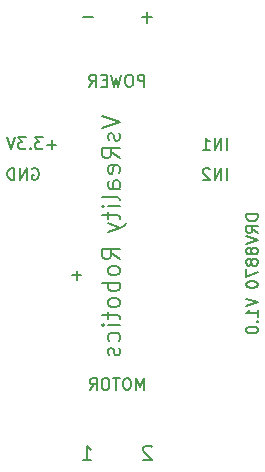
<source format=gbr>
%TF.GenerationSoftware,KiCad,Pcbnew,(7.0.0)*%
%TF.CreationDate,2023-05-21T11:31:51-07:00*%
%TF.ProjectId,DRV8870-breakout-board,44525638-3837-4302-9d62-7265616b6f75,rev?*%
%TF.SameCoordinates,Original*%
%TF.FileFunction,Legend,Bot*%
%TF.FilePolarity,Positive*%
%FSLAX46Y46*%
G04 Gerber Fmt 4.6, Leading zero omitted, Abs format (unit mm)*
G04 Created by KiCad (PCBNEW (7.0.0)) date 2023-05-21 11:31:51*
%MOMM*%
%LPD*%
G01*
G04 APERTURE LIST*
%ADD10C,0.160000*%
%ADD11C,0.150000*%
%ADD12C,0.180000*%
G04 APERTURE END LIST*
D10*
X127685714Y-114738857D02*
X128371428Y-114738857D01*
X128028571Y-114738857D02*
X128028571Y-113538857D01*
X128028571Y-113538857D02*
X128142857Y-113710285D01*
X128142857Y-113710285D02*
X128257142Y-113824571D01*
X128257142Y-113824571D02*
X128371428Y-113881714D01*
D11*
X125391904Y-88061428D02*
X124630000Y-88061428D01*
X125010952Y-88442380D02*
X125010952Y-87680476D01*
X124249047Y-87442380D02*
X123630000Y-87442380D01*
X123630000Y-87442380D02*
X123963333Y-87823333D01*
X123963333Y-87823333D02*
X123820476Y-87823333D01*
X123820476Y-87823333D02*
X123725238Y-87870952D01*
X123725238Y-87870952D02*
X123677619Y-87918571D01*
X123677619Y-87918571D02*
X123630000Y-88013809D01*
X123630000Y-88013809D02*
X123630000Y-88251904D01*
X123630000Y-88251904D02*
X123677619Y-88347142D01*
X123677619Y-88347142D02*
X123725238Y-88394761D01*
X123725238Y-88394761D02*
X123820476Y-88442380D01*
X123820476Y-88442380D02*
X124106190Y-88442380D01*
X124106190Y-88442380D02*
X124201428Y-88394761D01*
X124201428Y-88394761D02*
X124249047Y-88347142D01*
X123201428Y-88347142D02*
X123153809Y-88394761D01*
X123153809Y-88394761D02*
X123201428Y-88442380D01*
X123201428Y-88442380D02*
X123249047Y-88394761D01*
X123249047Y-88394761D02*
X123201428Y-88347142D01*
X123201428Y-88347142D02*
X123201428Y-88442380D01*
X122820476Y-87442380D02*
X122201429Y-87442380D01*
X122201429Y-87442380D02*
X122534762Y-87823333D01*
X122534762Y-87823333D02*
X122391905Y-87823333D01*
X122391905Y-87823333D02*
X122296667Y-87870952D01*
X122296667Y-87870952D02*
X122249048Y-87918571D01*
X122249048Y-87918571D02*
X122201429Y-88013809D01*
X122201429Y-88013809D02*
X122201429Y-88251904D01*
X122201429Y-88251904D02*
X122249048Y-88347142D01*
X122249048Y-88347142D02*
X122296667Y-88394761D01*
X122296667Y-88394761D02*
X122391905Y-88442380D01*
X122391905Y-88442380D02*
X122677619Y-88442380D01*
X122677619Y-88442380D02*
X122772857Y-88394761D01*
X122772857Y-88394761D02*
X122820476Y-88347142D01*
X121915714Y-87442380D02*
X121582381Y-88442380D01*
X121582381Y-88442380D02*
X121249048Y-87442380D01*
D10*
X127635714Y-77281714D02*
X128550000Y-77281714D01*
D11*
X132811904Y-108832380D02*
X132811904Y-107832380D01*
X132811904Y-107832380D02*
X132478571Y-108546666D01*
X132478571Y-108546666D02*
X132145238Y-107832380D01*
X132145238Y-107832380D02*
X132145238Y-108832380D01*
X131478571Y-107832380D02*
X131288095Y-107832380D01*
X131288095Y-107832380D02*
X131192857Y-107880000D01*
X131192857Y-107880000D02*
X131097619Y-107975238D01*
X131097619Y-107975238D02*
X131050000Y-108165714D01*
X131050000Y-108165714D02*
X131050000Y-108499047D01*
X131050000Y-108499047D02*
X131097619Y-108689523D01*
X131097619Y-108689523D02*
X131192857Y-108784761D01*
X131192857Y-108784761D02*
X131288095Y-108832380D01*
X131288095Y-108832380D02*
X131478571Y-108832380D01*
X131478571Y-108832380D02*
X131573809Y-108784761D01*
X131573809Y-108784761D02*
X131669047Y-108689523D01*
X131669047Y-108689523D02*
X131716666Y-108499047D01*
X131716666Y-108499047D02*
X131716666Y-108165714D01*
X131716666Y-108165714D02*
X131669047Y-107975238D01*
X131669047Y-107975238D02*
X131573809Y-107880000D01*
X131573809Y-107880000D02*
X131478571Y-107832380D01*
X130764285Y-107832380D02*
X130192857Y-107832380D01*
X130478571Y-108832380D02*
X130478571Y-107832380D01*
X129669047Y-107832380D02*
X129478571Y-107832380D01*
X129478571Y-107832380D02*
X129383333Y-107880000D01*
X129383333Y-107880000D02*
X129288095Y-107975238D01*
X129288095Y-107975238D02*
X129240476Y-108165714D01*
X129240476Y-108165714D02*
X129240476Y-108499047D01*
X129240476Y-108499047D02*
X129288095Y-108689523D01*
X129288095Y-108689523D02*
X129383333Y-108784761D01*
X129383333Y-108784761D02*
X129478571Y-108832380D01*
X129478571Y-108832380D02*
X129669047Y-108832380D01*
X129669047Y-108832380D02*
X129764285Y-108784761D01*
X129764285Y-108784761D02*
X129859523Y-108689523D01*
X129859523Y-108689523D02*
X129907142Y-108499047D01*
X129907142Y-108499047D02*
X129907142Y-108165714D01*
X129907142Y-108165714D02*
X129859523Y-107975238D01*
X129859523Y-107975238D02*
X129764285Y-107880000D01*
X129764285Y-107880000D02*
X129669047Y-107832380D01*
X128240476Y-108832380D02*
X128573809Y-108356190D01*
X128811904Y-108832380D02*
X128811904Y-107832380D01*
X128811904Y-107832380D02*
X128430952Y-107832380D01*
X128430952Y-107832380D02*
X128335714Y-107880000D01*
X128335714Y-107880000D02*
X128288095Y-107927619D01*
X128288095Y-107927619D02*
X128240476Y-108022857D01*
X128240476Y-108022857D02*
X128240476Y-108165714D01*
X128240476Y-108165714D02*
X128288095Y-108260952D01*
X128288095Y-108260952D02*
X128335714Y-108308571D01*
X128335714Y-108308571D02*
X128430952Y-108356190D01*
X128430952Y-108356190D02*
X128811904Y-108356190D01*
D10*
X132635714Y-77281714D02*
X133550000Y-77281714D01*
X133092857Y-77738857D02*
X133092857Y-76824571D01*
D11*
X142482380Y-93958095D02*
X141482380Y-93958095D01*
X141482380Y-93958095D02*
X141482380Y-94196190D01*
X141482380Y-94196190D02*
X141530000Y-94339047D01*
X141530000Y-94339047D02*
X141625238Y-94434285D01*
X141625238Y-94434285D02*
X141720476Y-94481904D01*
X141720476Y-94481904D02*
X141910952Y-94529523D01*
X141910952Y-94529523D02*
X142053809Y-94529523D01*
X142053809Y-94529523D02*
X142244285Y-94481904D01*
X142244285Y-94481904D02*
X142339523Y-94434285D01*
X142339523Y-94434285D02*
X142434761Y-94339047D01*
X142434761Y-94339047D02*
X142482380Y-94196190D01*
X142482380Y-94196190D02*
X142482380Y-93958095D01*
X142482380Y-95529523D02*
X142006190Y-95196190D01*
X142482380Y-94958095D02*
X141482380Y-94958095D01*
X141482380Y-94958095D02*
X141482380Y-95339047D01*
X141482380Y-95339047D02*
X141530000Y-95434285D01*
X141530000Y-95434285D02*
X141577619Y-95481904D01*
X141577619Y-95481904D02*
X141672857Y-95529523D01*
X141672857Y-95529523D02*
X141815714Y-95529523D01*
X141815714Y-95529523D02*
X141910952Y-95481904D01*
X141910952Y-95481904D02*
X141958571Y-95434285D01*
X141958571Y-95434285D02*
X142006190Y-95339047D01*
X142006190Y-95339047D02*
X142006190Y-94958095D01*
X141482380Y-95815238D02*
X142482380Y-96148571D01*
X142482380Y-96148571D02*
X141482380Y-96481904D01*
X141910952Y-96958095D02*
X141863333Y-96862857D01*
X141863333Y-96862857D02*
X141815714Y-96815238D01*
X141815714Y-96815238D02*
X141720476Y-96767619D01*
X141720476Y-96767619D02*
X141672857Y-96767619D01*
X141672857Y-96767619D02*
X141577619Y-96815238D01*
X141577619Y-96815238D02*
X141530000Y-96862857D01*
X141530000Y-96862857D02*
X141482380Y-96958095D01*
X141482380Y-96958095D02*
X141482380Y-97148571D01*
X141482380Y-97148571D02*
X141530000Y-97243809D01*
X141530000Y-97243809D02*
X141577619Y-97291428D01*
X141577619Y-97291428D02*
X141672857Y-97339047D01*
X141672857Y-97339047D02*
X141720476Y-97339047D01*
X141720476Y-97339047D02*
X141815714Y-97291428D01*
X141815714Y-97291428D02*
X141863333Y-97243809D01*
X141863333Y-97243809D02*
X141910952Y-97148571D01*
X141910952Y-97148571D02*
X141910952Y-96958095D01*
X141910952Y-96958095D02*
X141958571Y-96862857D01*
X141958571Y-96862857D02*
X142006190Y-96815238D01*
X142006190Y-96815238D02*
X142101428Y-96767619D01*
X142101428Y-96767619D02*
X142291904Y-96767619D01*
X142291904Y-96767619D02*
X142387142Y-96815238D01*
X142387142Y-96815238D02*
X142434761Y-96862857D01*
X142434761Y-96862857D02*
X142482380Y-96958095D01*
X142482380Y-96958095D02*
X142482380Y-97148571D01*
X142482380Y-97148571D02*
X142434761Y-97243809D01*
X142434761Y-97243809D02*
X142387142Y-97291428D01*
X142387142Y-97291428D02*
X142291904Y-97339047D01*
X142291904Y-97339047D02*
X142101428Y-97339047D01*
X142101428Y-97339047D02*
X142006190Y-97291428D01*
X142006190Y-97291428D02*
X141958571Y-97243809D01*
X141958571Y-97243809D02*
X141910952Y-97148571D01*
X141910952Y-97910476D02*
X141863333Y-97815238D01*
X141863333Y-97815238D02*
X141815714Y-97767619D01*
X141815714Y-97767619D02*
X141720476Y-97720000D01*
X141720476Y-97720000D02*
X141672857Y-97720000D01*
X141672857Y-97720000D02*
X141577619Y-97767619D01*
X141577619Y-97767619D02*
X141530000Y-97815238D01*
X141530000Y-97815238D02*
X141482380Y-97910476D01*
X141482380Y-97910476D02*
X141482380Y-98100952D01*
X141482380Y-98100952D02*
X141530000Y-98196190D01*
X141530000Y-98196190D02*
X141577619Y-98243809D01*
X141577619Y-98243809D02*
X141672857Y-98291428D01*
X141672857Y-98291428D02*
X141720476Y-98291428D01*
X141720476Y-98291428D02*
X141815714Y-98243809D01*
X141815714Y-98243809D02*
X141863333Y-98196190D01*
X141863333Y-98196190D02*
X141910952Y-98100952D01*
X141910952Y-98100952D02*
X141910952Y-97910476D01*
X141910952Y-97910476D02*
X141958571Y-97815238D01*
X141958571Y-97815238D02*
X142006190Y-97767619D01*
X142006190Y-97767619D02*
X142101428Y-97720000D01*
X142101428Y-97720000D02*
X142291904Y-97720000D01*
X142291904Y-97720000D02*
X142387142Y-97767619D01*
X142387142Y-97767619D02*
X142434761Y-97815238D01*
X142434761Y-97815238D02*
X142482380Y-97910476D01*
X142482380Y-97910476D02*
X142482380Y-98100952D01*
X142482380Y-98100952D02*
X142434761Y-98196190D01*
X142434761Y-98196190D02*
X142387142Y-98243809D01*
X142387142Y-98243809D02*
X142291904Y-98291428D01*
X142291904Y-98291428D02*
X142101428Y-98291428D01*
X142101428Y-98291428D02*
X142006190Y-98243809D01*
X142006190Y-98243809D02*
X141958571Y-98196190D01*
X141958571Y-98196190D02*
X141910952Y-98100952D01*
X141482380Y-98624762D02*
X141482380Y-99291428D01*
X141482380Y-99291428D02*
X142482380Y-98862857D01*
X141482380Y-99862857D02*
X141482380Y-99958095D01*
X141482380Y-99958095D02*
X141530000Y-100053333D01*
X141530000Y-100053333D02*
X141577619Y-100100952D01*
X141577619Y-100100952D02*
X141672857Y-100148571D01*
X141672857Y-100148571D02*
X141863333Y-100196190D01*
X141863333Y-100196190D02*
X142101428Y-100196190D01*
X142101428Y-100196190D02*
X142291904Y-100148571D01*
X142291904Y-100148571D02*
X142387142Y-100100952D01*
X142387142Y-100100952D02*
X142434761Y-100053333D01*
X142434761Y-100053333D02*
X142482380Y-99958095D01*
X142482380Y-99958095D02*
X142482380Y-99862857D01*
X142482380Y-99862857D02*
X142434761Y-99767619D01*
X142434761Y-99767619D02*
X142387142Y-99720000D01*
X142387142Y-99720000D02*
X142291904Y-99672381D01*
X142291904Y-99672381D02*
X142101428Y-99624762D01*
X142101428Y-99624762D02*
X141863333Y-99624762D01*
X141863333Y-99624762D02*
X141672857Y-99672381D01*
X141672857Y-99672381D02*
X141577619Y-99720000D01*
X141577619Y-99720000D02*
X141530000Y-99767619D01*
X141530000Y-99767619D02*
X141482380Y-99862857D01*
X141482380Y-101081905D02*
X142482380Y-101415238D01*
X142482380Y-101415238D02*
X141482380Y-101748571D01*
X142482380Y-102605714D02*
X142482380Y-102034286D01*
X142482380Y-102320000D02*
X141482380Y-102320000D01*
X141482380Y-102320000D02*
X141625238Y-102224762D01*
X141625238Y-102224762D02*
X141720476Y-102129524D01*
X141720476Y-102129524D02*
X141768095Y-102034286D01*
X142387142Y-103034286D02*
X142434761Y-103081905D01*
X142434761Y-103081905D02*
X142482380Y-103034286D01*
X142482380Y-103034286D02*
X142434761Y-102986667D01*
X142434761Y-102986667D02*
X142387142Y-103034286D01*
X142387142Y-103034286D02*
X142482380Y-103034286D01*
X141482380Y-103700952D02*
X141482380Y-103796190D01*
X141482380Y-103796190D02*
X141530000Y-103891428D01*
X141530000Y-103891428D02*
X141577619Y-103939047D01*
X141577619Y-103939047D02*
X141672857Y-103986666D01*
X141672857Y-103986666D02*
X141863333Y-104034285D01*
X141863333Y-104034285D02*
X142101428Y-104034285D01*
X142101428Y-104034285D02*
X142291904Y-103986666D01*
X142291904Y-103986666D02*
X142387142Y-103939047D01*
X142387142Y-103939047D02*
X142434761Y-103891428D01*
X142434761Y-103891428D02*
X142482380Y-103796190D01*
X142482380Y-103796190D02*
X142482380Y-103700952D01*
X142482380Y-103700952D02*
X142434761Y-103605714D01*
X142434761Y-103605714D02*
X142387142Y-103558095D01*
X142387142Y-103558095D02*
X142291904Y-103510476D01*
X142291904Y-103510476D02*
X142101428Y-103462857D01*
X142101428Y-103462857D02*
X141863333Y-103462857D01*
X141863333Y-103462857D02*
X141672857Y-103510476D01*
X141672857Y-103510476D02*
X141577619Y-103558095D01*
X141577619Y-103558095D02*
X141530000Y-103605714D01*
X141530000Y-103605714D02*
X141482380Y-103700952D01*
X126738095Y-99101428D02*
X127500000Y-99101428D01*
X127119047Y-99482380D02*
X127119047Y-98720476D01*
D10*
X133471428Y-113653142D02*
X133414285Y-113596000D01*
X133414285Y-113596000D02*
X133300000Y-113538857D01*
X133300000Y-113538857D02*
X133014285Y-113538857D01*
X133014285Y-113538857D02*
X132900000Y-113596000D01*
X132900000Y-113596000D02*
X132842857Y-113653142D01*
X132842857Y-113653142D02*
X132785714Y-113767428D01*
X132785714Y-113767428D02*
X132785714Y-113881714D01*
X132785714Y-113881714D02*
X132842857Y-114053142D01*
X132842857Y-114053142D02*
X133528571Y-114738857D01*
X133528571Y-114738857D02*
X132785714Y-114738857D01*
D11*
X139861904Y-91042380D02*
X139861904Y-90042380D01*
X139385714Y-91042380D02*
X139385714Y-90042380D01*
X139385714Y-90042380D02*
X138814286Y-91042380D01*
X138814286Y-91042380D02*
X138814286Y-90042380D01*
X138385714Y-90137619D02*
X138338095Y-90090000D01*
X138338095Y-90090000D02*
X138242857Y-90042380D01*
X138242857Y-90042380D02*
X138004762Y-90042380D01*
X138004762Y-90042380D02*
X137909524Y-90090000D01*
X137909524Y-90090000D02*
X137861905Y-90137619D01*
X137861905Y-90137619D02*
X137814286Y-90232857D01*
X137814286Y-90232857D02*
X137814286Y-90328095D01*
X137814286Y-90328095D02*
X137861905Y-90470952D01*
X137861905Y-90470952D02*
X138433333Y-91042380D01*
X138433333Y-91042380D02*
X137814286Y-91042380D01*
X132861904Y-83132380D02*
X132861904Y-82132380D01*
X132861904Y-82132380D02*
X132480952Y-82132380D01*
X132480952Y-82132380D02*
X132385714Y-82180000D01*
X132385714Y-82180000D02*
X132338095Y-82227619D01*
X132338095Y-82227619D02*
X132290476Y-82322857D01*
X132290476Y-82322857D02*
X132290476Y-82465714D01*
X132290476Y-82465714D02*
X132338095Y-82560952D01*
X132338095Y-82560952D02*
X132385714Y-82608571D01*
X132385714Y-82608571D02*
X132480952Y-82656190D01*
X132480952Y-82656190D02*
X132861904Y-82656190D01*
X131671428Y-82132380D02*
X131480952Y-82132380D01*
X131480952Y-82132380D02*
X131385714Y-82180000D01*
X131385714Y-82180000D02*
X131290476Y-82275238D01*
X131290476Y-82275238D02*
X131242857Y-82465714D01*
X131242857Y-82465714D02*
X131242857Y-82799047D01*
X131242857Y-82799047D02*
X131290476Y-82989523D01*
X131290476Y-82989523D02*
X131385714Y-83084761D01*
X131385714Y-83084761D02*
X131480952Y-83132380D01*
X131480952Y-83132380D02*
X131671428Y-83132380D01*
X131671428Y-83132380D02*
X131766666Y-83084761D01*
X131766666Y-83084761D02*
X131861904Y-82989523D01*
X131861904Y-82989523D02*
X131909523Y-82799047D01*
X131909523Y-82799047D02*
X131909523Y-82465714D01*
X131909523Y-82465714D02*
X131861904Y-82275238D01*
X131861904Y-82275238D02*
X131766666Y-82180000D01*
X131766666Y-82180000D02*
X131671428Y-82132380D01*
X130909523Y-82132380D02*
X130671428Y-83132380D01*
X130671428Y-83132380D02*
X130480952Y-82418095D01*
X130480952Y-82418095D02*
X130290476Y-83132380D01*
X130290476Y-83132380D02*
X130052381Y-82132380D01*
X129671428Y-82608571D02*
X129338095Y-82608571D01*
X129195238Y-83132380D02*
X129671428Y-83132380D01*
X129671428Y-83132380D02*
X129671428Y-82132380D01*
X129671428Y-82132380D02*
X129195238Y-82132380D01*
X128195238Y-83132380D02*
X128528571Y-82656190D01*
X128766666Y-83132380D02*
X128766666Y-82132380D01*
X128766666Y-82132380D02*
X128385714Y-82132380D01*
X128385714Y-82132380D02*
X128290476Y-82180000D01*
X128290476Y-82180000D02*
X128242857Y-82227619D01*
X128242857Y-82227619D02*
X128195238Y-82322857D01*
X128195238Y-82322857D02*
X128195238Y-82465714D01*
X128195238Y-82465714D02*
X128242857Y-82560952D01*
X128242857Y-82560952D02*
X128290476Y-82608571D01*
X128290476Y-82608571D02*
X128385714Y-82656190D01*
X128385714Y-82656190D02*
X128766666Y-82656190D01*
X139861904Y-88482380D02*
X139861904Y-87482380D01*
X139385714Y-88482380D02*
X139385714Y-87482380D01*
X139385714Y-87482380D02*
X138814286Y-88482380D01*
X138814286Y-88482380D02*
X138814286Y-87482380D01*
X137814286Y-88482380D02*
X138385714Y-88482380D01*
X138100000Y-88482380D02*
X138100000Y-87482380D01*
X138100000Y-87482380D02*
X138195238Y-87625238D01*
X138195238Y-87625238D02*
X138290476Y-87720476D01*
X138290476Y-87720476D02*
X138385714Y-87768095D01*
X123368095Y-90090000D02*
X123463333Y-90042380D01*
X123463333Y-90042380D02*
X123606190Y-90042380D01*
X123606190Y-90042380D02*
X123749047Y-90090000D01*
X123749047Y-90090000D02*
X123844285Y-90185238D01*
X123844285Y-90185238D02*
X123891904Y-90280476D01*
X123891904Y-90280476D02*
X123939523Y-90470952D01*
X123939523Y-90470952D02*
X123939523Y-90613809D01*
X123939523Y-90613809D02*
X123891904Y-90804285D01*
X123891904Y-90804285D02*
X123844285Y-90899523D01*
X123844285Y-90899523D02*
X123749047Y-90994761D01*
X123749047Y-90994761D02*
X123606190Y-91042380D01*
X123606190Y-91042380D02*
X123510952Y-91042380D01*
X123510952Y-91042380D02*
X123368095Y-90994761D01*
X123368095Y-90994761D02*
X123320476Y-90947142D01*
X123320476Y-90947142D02*
X123320476Y-90613809D01*
X123320476Y-90613809D02*
X123510952Y-90613809D01*
X122891904Y-91042380D02*
X122891904Y-90042380D01*
X122891904Y-90042380D02*
X122320476Y-91042380D01*
X122320476Y-91042380D02*
X122320476Y-90042380D01*
X121844285Y-91042380D02*
X121844285Y-90042380D01*
X121844285Y-90042380D02*
X121606190Y-90042380D01*
X121606190Y-90042380D02*
X121463333Y-90090000D01*
X121463333Y-90090000D02*
X121368095Y-90185238D01*
X121368095Y-90185238D02*
X121320476Y-90280476D01*
X121320476Y-90280476D02*
X121272857Y-90470952D01*
X121272857Y-90470952D02*
X121272857Y-90613809D01*
X121272857Y-90613809D02*
X121320476Y-90804285D01*
X121320476Y-90804285D02*
X121368095Y-90899523D01*
X121368095Y-90899523D02*
X121463333Y-90994761D01*
X121463333Y-90994761D02*
X121606190Y-91042380D01*
X121606190Y-91042380D02*
X121844285Y-91042380D01*
D12*
X129273571Y-85642857D02*
X130773571Y-86142857D01*
X130773571Y-86142857D02*
X129273571Y-86642857D01*
X130702142Y-87071428D02*
X130773571Y-87214285D01*
X130773571Y-87214285D02*
X130773571Y-87499999D01*
X130773571Y-87499999D02*
X130702142Y-87642856D01*
X130702142Y-87642856D02*
X130559285Y-87714285D01*
X130559285Y-87714285D02*
X130487857Y-87714285D01*
X130487857Y-87714285D02*
X130345000Y-87642856D01*
X130345000Y-87642856D02*
X130273571Y-87499999D01*
X130273571Y-87499999D02*
X130273571Y-87285714D01*
X130273571Y-87285714D02*
X130202142Y-87142856D01*
X130202142Y-87142856D02*
X130059285Y-87071428D01*
X130059285Y-87071428D02*
X129987857Y-87071428D01*
X129987857Y-87071428D02*
X129845000Y-87142856D01*
X129845000Y-87142856D02*
X129773571Y-87285714D01*
X129773571Y-87285714D02*
X129773571Y-87499999D01*
X129773571Y-87499999D02*
X129845000Y-87642856D01*
X130773571Y-89214285D02*
X130059285Y-88714285D01*
X130773571Y-88357142D02*
X129273571Y-88357142D01*
X129273571Y-88357142D02*
X129273571Y-88928571D01*
X129273571Y-88928571D02*
X129345000Y-89071428D01*
X129345000Y-89071428D02*
X129416428Y-89142857D01*
X129416428Y-89142857D02*
X129559285Y-89214285D01*
X129559285Y-89214285D02*
X129773571Y-89214285D01*
X129773571Y-89214285D02*
X129916428Y-89142857D01*
X129916428Y-89142857D02*
X129987857Y-89071428D01*
X129987857Y-89071428D02*
X130059285Y-88928571D01*
X130059285Y-88928571D02*
X130059285Y-88357142D01*
X130702142Y-90428571D02*
X130773571Y-90285714D01*
X130773571Y-90285714D02*
X130773571Y-90000000D01*
X130773571Y-90000000D02*
X130702142Y-89857142D01*
X130702142Y-89857142D02*
X130559285Y-89785714D01*
X130559285Y-89785714D02*
X129987857Y-89785714D01*
X129987857Y-89785714D02*
X129845000Y-89857142D01*
X129845000Y-89857142D02*
X129773571Y-90000000D01*
X129773571Y-90000000D02*
X129773571Y-90285714D01*
X129773571Y-90285714D02*
X129845000Y-90428571D01*
X129845000Y-90428571D02*
X129987857Y-90500000D01*
X129987857Y-90500000D02*
X130130714Y-90500000D01*
X130130714Y-90500000D02*
X130273571Y-89785714D01*
X130773571Y-91785714D02*
X129987857Y-91785714D01*
X129987857Y-91785714D02*
X129845000Y-91714285D01*
X129845000Y-91714285D02*
X129773571Y-91571428D01*
X129773571Y-91571428D02*
X129773571Y-91285714D01*
X129773571Y-91285714D02*
X129845000Y-91142856D01*
X130702142Y-91785714D02*
X130773571Y-91642856D01*
X130773571Y-91642856D02*
X130773571Y-91285714D01*
X130773571Y-91285714D02*
X130702142Y-91142856D01*
X130702142Y-91142856D02*
X130559285Y-91071428D01*
X130559285Y-91071428D02*
X130416428Y-91071428D01*
X130416428Y-91071428D02*
X130273571Y-91142856D01*
X130273571Y-91142856D02*
X130202142Y-91285714D01*
X130202142Y-91285714D02*
X130202142Y-91642856D01*
X130202142Y-91642856D02*
X130130714Y-91785714D01*
X130773571Y-92714285D02*
X130702142Y-92571428D01*
X130702142Y-92571428D02*
X130559285Y-92499999D01*
X130559285Y-92499999D02*
X129273571Y-92499999D01*
X130773571Y-93285713D02*
X129773571Y-93285713D01*
X129273571Y-93285713D02*
X129345000Y-93214285D01*
X129345000Y-93214285D02*
X129416428Y-93285713D01*
X129416428Y-93285713D02*
X129345000Y-93357142D01*
X129345000Y-93357142D02*
X129273571Y-93285713D01*
X129273571Y-93285713D02*
X129416428Y-93285713D01*
X129773571Y-93785714D02*
X129773571Y-94357142D01*
X129273571Y-93999999D02*
X130559285Y-93999999D01*
X130559285Y-93999999D02*
X130702142Y-94071428D01*
X130702142Y-94071428D02*
X130773571Y-94214285D01*
X130773571Y-94214285D02*
X130773571Y-94357142D01*
X129773571Y-94714285D02*
X130773571Y-95071428D01*
X129773571Y-95428571D02*
X130773571Y-95071428D01*
X130773571Y-95071428D02*
X131130714Y-94928571D01*
X131130714Y-94928571D02*
X131202142Y-94857142D01*
X131202142Y-94857142D02*
X131273571Y-94714285D01*
X130773571Y-97757142D02*
X130059285Y-97257142D01*
X130773571Y-96899999D02*
X129273571Y-96899999D01*
X129273571Y-96899999D02*
X129273571Y-97471428D01*
X129273571Y-97471428D02*
X129345000Y-97614285D01*
X129345000Y-97614285D02*
X129416428Y-97685714D01*
X129416428Y-97685714D02*
X129559285Y-97757142D01*
X129559285Y-97757142D02*
X129773571Y-97757142D01*
X129773571Y-97757142D02*
X129916428Y-97685714D01*
X129916428Y-97685714D02*
X129987857Y-97614285D01*
X129987857Y-97614285D02*
X130059285Y-97471428D01*
X130059285Y-97471428D02*
X130059285Y-96899999D01*
X130773571Y-98614285D02*
X130702142Y-98471428D01*
X130702142Y-98471428D02*
X130630714Y-98399999D01*
X130630714Y-98399999D02*
X130487857Y-98328571D01*
X130487857Y-98328571D02*
X130059285Y-98328571D01*
X130059285Y-98328571D02*
X129916428Y-98399999D01*
X129916428Y-98399999D02*
X129845000Y-98471428D01*
X129845000Y-98471428D02*
X129773571Y-98614285D01*
X129773571Y-98614285D02*
X129773571Y-98828571D01*
X129773571Y-98828571D02*
X129845000Y-98971428D01*
X129845000Y-98971428D02*
X129916428Y-99042857D01*
X129916428Y-99042857D02*
X130059285Y-99114285D01*
X130059285Y-99114285D02*
X130487857Y-99114285D01*
X130487857Y-99114285D02*
X130630714Y-99042857D01*
X130630714Y-99042857D02*
X130702142Y-98971428D01*
X130702142Y-98971428D02*
X130773571Y-98828571D01*
X130773571Y-98828571D02*
X130773571Y-98614285D01*
X130773571Y-99757142D02*
X129273571Y-99757142D01*
X129845000Y-99757142D02*
X129773571Y-99900000D01*
X129773571Y-99900000D02*
X129773571Y-100185714D01*
X129773571Y-100185714D02*
X129845000Y-100328571D01*
X129845000Y-100328571D02*
X129916428Y-100400000D01*
X129916428Y-100400000D02*
X130059285Y-100471428D01*
X130059285Y-100471428D02*
X130487857Y-100471428D01*
X130487857Y-100471428D02*
X130630714Y-100400000D01*
X130630714Y-100400000D02*
X130702142Y-100328571D01*
X130702142Y-100328571D02*
X130773571Y-100185714D01*
X130773571Y-100185714D02*
X130773571Y-99900000D01*
X130773571Y-99900000D02*
X130702142Y-99757142D01*
X130773571Y-101328571D02*
X130702142Y-101185714D01*
X130702142Y-101185714D02*
X130630714Y-101114285D01*
X130630714Y-101114285D02*
X130487857Y-101042857D01*
X130487857Y-101042857D02*
X130059285Y-101042857D01*
X130059285Y-101042857D02*
X129916428Y-101114285D01*
X129916428Y-101114285D02*
X129845000Y-101185714D01*
X129845000Y-101185714D02*
X129773571Y-101328571D01*
X129773571Y-101328571D02*
X129773571Y-101542857D01*
X129773571Y-101542857D02*
X129845000Y-101685714D01*
X129845000Y-101685714D02*
X129916428Y-101757143D01*
X129916428Y-101757143D02*
X130059285Y-101828571D01*
X130059285Y-101828571D02*
X130487857Y-101828571D01*
X130487857Y-101828571D02*
X130630714Y-101757143D01*
X130630714Y-101757143D02*
X130702142Y-101685714D01*
X130702142Y-101685714D02*
X130773571Y-101542857D01*
X130773571Y-101542857D02*
X130773571Y-101328571D01*
X129773571Y-102257143D02*
X129773571Y-102828571D01*
X129273571Y-102471428D02*
X130559285Y-102471428D01*
X130559285Y-102471428D02*
X130702142Y-102542857D01*
X130702142Y-102542857D02*
X130773571Y-102685714D01*
X130773571Y-102685714D02*
X130773571Y-102828571D01*
X130773571Y-103328571D02*
X129773571Y-103328571D01*
X129273571Y-103328571D02*
X129345000Y-103257143D01*
X129345000Y-103257143D02*
X129416428Y-103328571D01*
X129416428Y-103328571D02*
X129345000Y-103400000D01*
X129345000Y-103400000D02*
X129273571Y-103328571D01*
X129273571Y-103328571D02*
X129416428Y-103328571D01*
X130702142Y-104685715D02*
X130773571Y-104542857D01*
X130773571Y-104542857D02*
X130773571Y-104257143D01*
X130773571Y-104257143D02*
X130702142Y-104114286D01*
X130702142Y-104114286D02*
X130630714Y-104042857D01*
X130630714Y-104042857D02*
X130487857Y-103971429D01*
X130487857Y-103971429D02*
X130059285Y-103971429D01*
X130059285Y-103971429D02*
X129916428Y-104042857D01*
X129916428Y-104042857D02*
X129845000Y-104114286D01*
X129845000Y-104114286D02*
X129773571Y-104257143D01*
X129773571Y-104257143D02*
X129773571Y-104542857D01*
X129773571Y-104542857D02*
X129845000Y-104685715D01*
X130702142Y-105257143D02*
X130773571Y-105400000D01*
X130773571Y-105400000D02*
X130773571Y-105685714D01*
X130773571Y-105685714D02*
X130702142Y-105828571D01*
X130702142Y-105828571D02*
X130559285Y-105900000D01*
X130559285Y-105900000D02*
X130487857Y-105900000D01*
X130487857Y-105900000D02*
X130345000Y-105828571D01*
X130345000Y-105828571D02*
X130273571Y-105685714D01*
X130273571Y-105685714D02*
X130273571Y-105471429D01*
X130273571Y-105471429D02*
X130202142Y-105328571D01*
X130202142Y-105328571D02*
X130059285Y-105257143D01*
X130059285Y-105257143D02*
X129987857Y-105257143D01*
X129987857Y-105257143D02*
X129845000Y-105328571D01*
X129845000Y-105328571D02*
X129773571Y-105471429D01*
X129773571Y-105471429D02*
X129773571Y-105685714D01*
X129773571Y-105685714D02*
X129845000Y-105828571D01*
M02*

</source>
